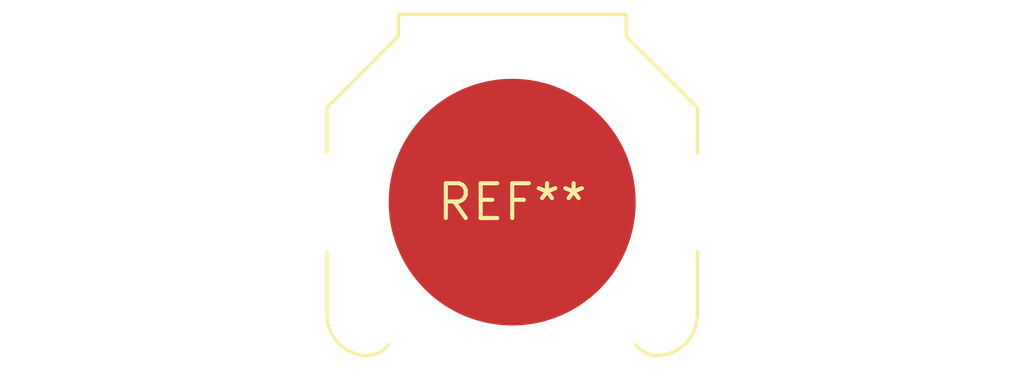
<source format=kicad_pcb>
(kicad_pcb (version 20240108) (generator pcbnew)
  (layers (0 "F.Cu" signal) (31 "B.Cu" signal) (34 "B.Paste" user) (35 "F.Paste" user) (36 "B.SilkS" user "B.Silkscreen") (37 "F.SilkS" user "F.Silkscreen") (38 "B.Mask" user) (39 "F.Mask" user) (44 "Edge.Cuts" user))
  (net 0 "")
  (footprint "BatteryHolder_Keystone_3001_1x12mm" (layer "F.Cu") (at 0 0)
    (property "Reference" "REF**")
    (property "Value" "BatteryHolder_Keystone_3001_1x12mm")
    (fp_line (start -6.75 -3.45) (end -4.15 -6.05) (layer "F.SilkS") (stroke (width 0.12)))
    (fp_line (start -6.75 -1.8) (end -6.75 -3.45) (layer "F.SilkS") (stroke (width 0.12)))
    (fp_line (start -6.75 1.8) (end -6.75 4.1) (layer "F.SilkS") (stroke (width 0.12)))
    (fp_line (start -4.15 -6.85) (end 4.15 -6.85) (layer "F.SilkS") (stroke (width 0.12)))
    (fp_line (start -4.15 -6.05) (end -4.15 -6.85) (layer "F.SilkS") (stroke (width 0.12)))
    (fp_line (start 4.15 -6.85) (end 4.15 -6.05) (layer "F.SilkS") (stroke (width 0.12)))
    (fp_line (start 4.15 -6.05) (end 6.75 -3.45) (layer "F.SilkS") (stroke (width 0.12)))
    (fp_line (start 6.75 -3.45) (end 6.75 -1.8) (layer "F.SilkS") (stroke (width 0.12)))
    (fp_line (start 6.75 1.8) (end 6.75 4.1) (layer "F.SilkS") (stroke (width 0.12)))
    (fp_arc (start -5.3 5.6) (mid -6.32849 5.143374) (end -6.75 4.1) (layer "F.SilkS") (stroke (width 0.12)))
    (fp_arc (start -4.5 5.2) (mid -4.90584 5.514615) (end -5.414615 5.58416) (layer "F.SilkS") (stroke (width 0.12)))
    (fp_arc (start 5.3 5.6) (mid 4.853425 5.493151) (end 4.5 5.2) (layer "F.SilkS") (stroke (width 0.12)))
    (fp_arc (start 6.75 4.1) (mid 6.328491 5.143375) (end 5.3 5.6) (layer "F.SilkS") (stroke (width 0.12)))
    (pad "1" thru_hole circle (at -6.6 0) (size 3 3) (drill 1.9) (layers *.Cu *.Mask) (remove_unused_layers))
    (pad "1" thru_hole circle (at 6.6 0) (size 3 3) (drill 1.9) (layers *.Cu *.Mask) (remove_unused_layers))
    (pad "2" smd circle (at 0 0) (size 9 9) (layers "F.Cu" "F.Mask"))
  )
)
</source>
